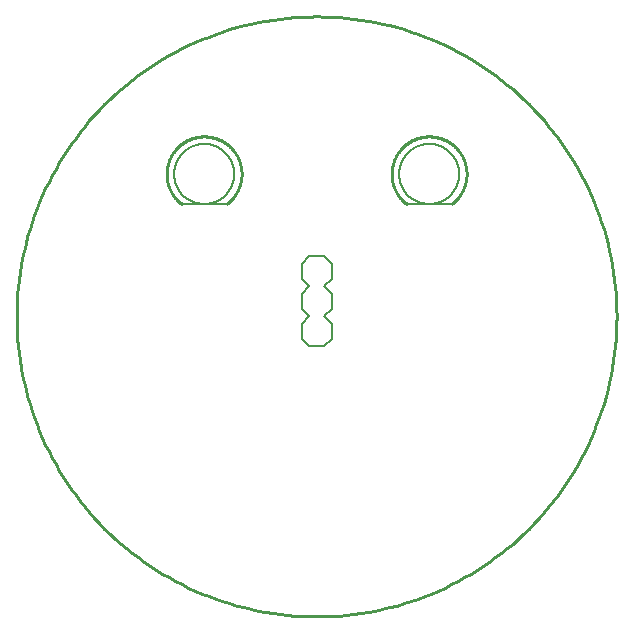
<source format=gto>
G75*
%MOIN*%
%OFA0B0*%
%FSLAX25Y25*%
%IPPOS*%
%LPD*%
%AMOC8*
5,1,8,0,0,1.08239X$1,22.5*
%
%ADD10C,0.01000*%
%ADD11C,0.00800*%
%ADD12C,0.00600*%
D10*
X0001500Y0101500D02*
X0001530Y0103954D01*
X0001620Y0106407D01*
X0001771Y0108856D01*
X0001982Y0111302D01*
X0002252Y0113741D01*
X0002582Y0116173D01*
X0002972Y0118596D01*
X0003421Y0121009D01*
X0003930Y0123410D01*
X0004497Y0125798D01*
X0005122Y0128171D01*
X0005806Y0130528D01*
X0006547Y0132868D01*
X0007346Y0135189D01*
X0008201Y0137490D01*
X0009112Y0139768D01*
X0010079Y0142024D01*
X0011101Y0144256D01*
X0012178Y0146461D01*
X0013308Y0148640D01*
X0014491Y0150790D01*
X0015727Y0152910D01*
X0017015Y0155000D01*
X0018353Y0157057D01*
X0019742Y0159081D01*
X0021179Y0161070D01*
X0022665Y0163023D01*
X0024199Y0164939D01*
X0025779Y0166817D01*
X0027405Y0168656D01*
X0029075Y0170454D01*
X0030789Y0172211D01*
X0032546Y0173925D01*
X0034344Y0175595D01*
X0036183Y0177221D01*
X0038061Y0178801D01*
X0039977Y0180335D01*
X0041930Y0181821D01*
X0043919Y0183258D01*
X0045943Y0184647D01*
X0048000Y0185985D01*
X0050090Y0187273D01*
X0052210Y0188509D01*
X0054360Y0189692D01*
X0056539Y0190822D01*
X0058744Y0191899D01*
X0060976Y0192921D01*
X0063232Y0193888D01*
X0065510Y0194799D01*
X0067811Y0195654D01*
X0070132Y0196453D01*
X0072472Y0197194D01*
X0074829Y0197878D01*
X0077202Y0198503D01*
X0079590Y0199070D01*
X0081991Y0199579D01*
X0084404Y0200028D01*
X0086827Y0200418D01*
X0089259Y0200748D01*
X0091698Y0201018D01*
X0094144Y0201229D01*
X0096593Y0201380D01*
X0099046Y0201470D01*
X0101500Y0201500D01*
X0103954Y0201470D01*
X0106407Y0201380D01*
X0108856Y0201229D01*
X0111302Y0201018D01*
X0113741Y0200748D01*
X0116173Y0200418D01*
X0118596Y0200028D01*
X0121009Y0199579D01*
X0123410Y0199070D01*
X0125798Y0198503D01*
X0128171Y0197878D01*
X0130528Y0197194D01*
X0132868Y0196453D01*
X0135189Y0195654D01*
X0137490Y0194799D01*
X0139768Y0193888D01*
X0142024Y0192921D01*
X0144256Y0191899D01*
X0146461Y0190822D01*
X0148640Y0189692D01*
X0150790Y0188509D01*
X0152910Y0187273D01*
X0155000Y0185985D01*
X0157057Y0184647D01*
X0159081Y0183258D01*
X0161070Y0181821D01*
X0163023Y0180335D01*
X0164939Y0178801D01*
X0166817Y0177221D01*
X0168656Y0175595D01*
X0170454Y0173925D01*
X0172211Y0172211D01*
X0173925Y0170454D01*
X0175595Y0168656D01*
X0177221Y0166817D01*
X0178801Y0164939D01*
X0180335Y0163023D01*
X0181821Y0161070D01*
X0183258Y0159081D01*
X0184647Y0157057D01*
X0185985Y0155000D01*
X0187273Y0152910D01*
X0188509Y0150790D01*
X0189692Y0148640D01*
X0190822Y0146461D01*
X0191899Y0144256D01*
X0192921Y0142024D01*
X0193888Y0139768D01*
X0194799Y0137490D01*
X0195654Y0135189D01*
X0196453Y0132868D01*
X0197194Y0130528D01*
X0197878Y0128171D01*
X0198503Y0125798D01*
X0199070Y0123410D01*
X0199579Y0121009D01*
X0200028Y0118596D01*
X0200418Y0116173D01*
X0200748Y0113741D01*
X0201018Y0111302D01*
X0201229Y0108856D01*
X0201380Y0106407D01*
X0201470Y0103954D01*
X0201500Y0101500D01*
X0201470Y0099046D01*
X0201380Y0096593D01*
X0201229Y0094144D01*
X0201018Y0091698D01*
X0200748Y0089259D01*
X0200418Y0086827D01*
X0200028Y0084404D01*
X0199579Y0081991D01*
X0199070Y0079590D01*
X0198503Y0077202D01*
X0197878Y0074829D01*
X0197194Y0072472D01*
X0196453Y0070132D01*
X0195654Y0067811D01*
X0194799Y0065510D01*
X0193888Y0063232D01*
X0192921Y0060976D01*
X0191899Y0058744D01*
X0190822Y0056539D01*
X0189692Y0054360D01*
X0188509Y0052210D01*
X0187273Y0050090D01*
X0185985Y0048000D01*
X0184647Y0045943D01*
X0183258Y0043919D01*
X0181821Y0041930D01*
X0180335Y0039977D01*
X0178801Y0038061D01*
X0177221Y0036183D01*
X0175595Y0034344D01*
X0173925Y0032546D01*
X0172211Y0030789D01*
X0170454Y0029075D01*
X0168656Y0027405D01*
X0166817Y0025779D01*
X0164939Y0024199D01*
X0163023Y0022665D01*
X0161070Y0021179D01*
X0159081Y0019742D01*
X0157057Y0018353D01*
X0155000Y0017015D01*
X0152910Y0015727D01*
X0150790Y0014491D01*
X0148640Y0013308D01*
X0146461Y0012178D01*
X0144256Y0011101D01*
X0142024Y0010079D01*
X0139768Y0009112D01*
X0137490Y0008201D01*
X0135189Y0007346D01*
X0132868Y0006547D01*
X0130528Y0005806D01*
X0128171Y0005122D01*
X0125798Y0004497D01*
X0123410Y0003930D01*
X0121009Y0003421D01*
X0118596Y0002972D01*
X0116173Y0002582D01*
X0113741Y0002252D01*
X0111302Y0001982D01*
X0108856Y0001771D01*
X0106407Y0001620D01*
X0103954Y0001530D01*
X0101500Y0001500D01*
X0099046Y0001530D01*
X0096593Y0001620D01*
X0094144Y0001771D01*
X0091698Y0001982D01*
X0089259Y0002252D01*
X0086827Y0002582D01*
X0084404Y0002972D01*
X0081991Y0003421D01*
X0079590Y0003930D01*
X0077202Y0004497D01*
X0074829Y0005122D01*
X0072472Y0005806D01*
X0070132Y0006547D01*
X0067811Y0007346D01*
X0065510Y0008201D01*
X0063232Y0009112D01*
X0060976Y0010079D01*
X0058744Y0011101D01*
X0056539Y0012178D01*
X0054360Y0013308D01*
X0052210Y0014491D01*
X0050090Y0015727D01*
X0048000Y0017015D01*
X0045943Y0018353D01*
X0043919Y0019742D01*
X0041930Y0021179D01*
X0039977Y0022665D01*
X0038061Y0024199D01*
X0036183Y0025779D01*
X0034344Y0027405D01*
X0032546Y0029075D01*
X0030789Y0030789D01*
X0029075Y0032546D01*
X0027405Y0034344D01*
X0025779Y0036183D01*
X0024199Y0038061D01*
X0022665Y0039977D01*
X0021179Y0041930D01*
X0019742Y0043919D01*
X0018353Y0045943D01*
X0017015Y0048000D01*
X0015727Y0050090D01*
X0014491Y0052210D01*
X0013308Y0054360D01*
X0012178Y0056539D01*
X0011101Y0058744D01*
X0010079Y0060976D01*
X0009112Y0063232D01*
X0008201Y0065510D01*
X0007346Y0067811D01*
X0006547Y0070132D01*
X0005806Y0072472D01*
X0005122Y0074829D01*
X0004497Y0077202D01*
X0003930Y0079590D01*
X0003421Y0081991D01*
X0002972Y0084404D01*
X0002582Y0086827D01*
X0002252Y0089259D01*
X0001982Y0091698D01*
X0001771Y0094144D01*
X0001620Y0096593D01*
X0001530Y0099046D01*
X0001500Y0101500D01*
X0056500Y0139000D02*
X0056257Y0139187D01*
X0056019Y0139379D01*
X0055786Y0139578D01*
X0055558Y0139782D01*
X0055335Y0139991D01*
X0055117Y0140206D01*
X0054904Y0140426D01*
X0054697Y0140651D01*
X0054495Y0140882D01*
X0054299Y0141117D01*
X0054109Y0141357D01*
X0053925Y0141601D01*
X0053747Y0141850D01*
X0053575Y0142104D01*
X0053409Y0142361D01*
X0053249Y0142622D01*
X0053096Y0142887D01*
X0052950Y0143156D01*
X0052810Y0143429D01*
X0052677Y0143704D01*
X0052551Y0143983D01*
X0052431Y0144265D01*
X0052319Y0144550D01*
X0052214Y0144837D01*
X0052115Y0145127D01*
X0052024Y0145419D01*
X0051940Y0145714D01*
X0051863Y0146010D01*
X0051793Y0146308D01*
X0051731Y0146608D01*
X0051676Y0146909D01*
X0051629Y0147211D01*
X0051589Y0147515D01*
X0051556Y0147819D01*
X0051531Y0148124D01*
X0051513Y0148430D01*
X0051503Y0148736D01*
X0051500Y0149042D01*
X0051505Y0149348D01*
X0051517Y0149654D01*
X0051537Y0149960D01*
X0051564Y0150264D01*
X0051599Y0150569D01*
X0051641Y0150872D01*
X0051690Y0151174D01*
X0051747Y0151475D01*
X0051812Y0151774D01*
X0051883Y0152072D01*
X0051962Y0152367D01*
X0052048Y0152661D01*
X0052141Y0152953D01*
X0052242Y0153242D01*
X0052349Y0153529D01*
X0052464Y0153813D01*
X0052585Y0154094D01*
X0052713Y0154372D01*
X0052848Y0154647D01*
X0052990Y0154918D01*
X0053138Y0155186D01*
X0053293Y0155450D01*
X0053454Y0155710D01*
X0053621Y0155966D01*
X0053795Y0156219D01*
X0053975Y0156466D01*
X0054161Y0156710D01*
X0054352Y0156948D01*
X0054550Y0157182D01*
X0054753Y0157411D01*
X0054962Y0157635D01*
X0055176Y0157854D01*
X0055396Y0158067D01*
X0055620Y0158275D01*
X0055850Y0158478D01*
X0056084Y0158674D01*
X0056324Y0158865D01*
X0056567Y0159050D01*
X0056816Y0159229D01*
X0057068Y0159402D01*
X0057325Y0159569D01*
X0057586Y0159729D01*
X0057851Y0159883D01*
X0058119Y0160030D01*
X0058391Y0160171D01*
X0058666Y0160305D01*
X0058945Y0160432D01*
X0059226Y0160553D01*
X0059511Y0160666D01*
X0059798Y0160772D01*
X0060087Y0160872D01*
X0060379Y0160964D01*
X0060673Y0161049D01*
X0060969Y0161127D01*
X0061267Y0161198D01*
X0061567Y0161261D01*
X0061868Y0161317D01*
X0062170Y0161365D01*
X0062473Y0161406D01*
X0062777Y0161440D01*
X0063082Y0161466D01*
X0063388Y0161485D01*
X0063694Y0161496D01*
X0064000Y0161500D01*
X0064306Y0161496D01*
X0064612Y0161485D01*
X0064918Y0161466D01*
X0065223Y0161440D01*
X0065527Y0161406D01*
X0065830Y0161365D01*
X0066132Y0161317D01*
X0066433Y0161261D01*
X0066733Y0161198D01*
X0067031Y0161127D01*
X0067327Y0161049D01*
X0067621Y0160964D01*
X0067913Y0160872D01*
X0068202Y0160772D01*
X0068489Y0160666D01*
X0068774Y0160553D01*
X0069055Y0160432D01*
X0069334Y0160305D01*
X0069609Y0160171D01*
X0069881Y0160030D01*
X0070149Y0159883D01*
X0070414Y0159729D01*
X0070675Y0159569D01*
X0070932Y0159402D01*
X0071184Y0159229D01*
X0071433Y0159050D01*
X0071676Y0158865D01*
X0071916Y0158674D01*
X0072150Y0158478D01*
X0072380Y0158275D01*
X0072604Y0158067D01*
X0072824Y0157854D01*
X0073038Y0157635D01*
X0073247Y0157411D01*
X0073450Y0157182D01*
X0073648Y0156948D01*
X0073839Y0156710D01*
X0074025Y0156466D01*
X0074205Y0156219D01*
X0074379Y0155966D01*
X0074546Y0155710D01*
X0074707Y0155450D01*
X0074862Y0155186D01*
X0075010Y0154918D01*
X0075152Y0154647D01*
X0075287Y0154372D01*
X0075415Y0154094D01*
X0075536Y0153813D01*
X0075651Y0153529D01*
X0075758Y0153242D01*
X0075859Y0152953D01*
X0075952Y0152661D01*
X0076038Y0152367D01*
X0076117Y0152072D01*
X0076188Y0151774D01*
X0076253Y0151475D01*
X0076310Y0151174D01*
X0076359Y0150872D01*
X0076401Y0150569D01*
X0076436Y0150264D01*
X0076463Y0149960D01*
X0076483Y0149654D01*
X0076495Y0149348D01*
X0076500Y0149042D01*
X0076497Y0148736D01*
X0076487Y0148430D01*
X0076469Y0148124D01*
X0076444Y0147819D01*
X0076411Y0147515D01*
X0076371Y0147211D01*
X0076324Y0146909D01*
X0076269Y0146608D01*
X0076207Y0146308D01*
X0076137Y0146010D01*
X0076060Y0145714D01*
X0075976Y0145419D01*
X0075885Y0145127D01*
X0075786Y0144837D01*
X0075681Y0144550D01*
X0075569Y0144265D01*
X0075449Y0143983D01*
X0075323Y0143704D01*
X0075190Y0143429D01*
X0075050Y0143156D01*
X0074904Y0142887D01*
X0074751Y0142622D01*
X0074591Y0142361D01*
X0074425Y0142104D01*
X0074253Y0141850D01*
X0074075Y0141601D01*
X0073891Y0141357D01*
X0073701Y0141117D01*
X0073505Y0140882D01*
X0073303Y0140651D01*
X0073096Y0140426D01*
X0072883Y0140206D01*
X0072665Y0139991D01*
X0072442Y0139782D01*
X0072214Y0139578D01*
X0071981Y0139379D01*
X0071743Y0139187D01*
X0071500Y0139000D01*
X0131500Y0139000D02*
X0131257Y0139187D01*
X0131019Y0139379D01*
X0130786Y0139578D01*
X0130558Y0139782D01*
X0130335Y0139991D01*
X0130117Y0140206D01*
X0129904Y0140426D01*
X0129697Y0140651D01*
X0129495Y0140882D01*
X0129299Y0141117D01*
X0129109Y0141357D01*
X0128925Y0141601D01*
X0128747Y0141850D01*
X0128575Y0142104D01*
X0128409Y0142361D01*
X0128249Y0142622D01*
X0128096Y0142887D01*
X0127950Y0143156D01*
X0127810Y0143429D01*
X0127677Y0143704D01*
X0127551Y0143983D01*
X0127431Y0144265D01*
X0127319Y0144550D01*
X0127214Y0144837D01*
X0127115Y0145127D01*
X0127024Y0145419D01*
X0126940Y0145714D01*
X0126863Y0146010D01*
X0126793Y0146308D01*
X0126731Y0146608D01*
X0126676Y0146909D01*
X0126629Y0147211D01*
X0126589Y0147515D01*
X0126556Y0147819D01*
X0126531Y0148124D01*
X0126513Y0148430D01*
X0126503Y0148736D01*
X0126500Y0149042D01*
X0126505Y0149348D01*
X0126517Y0149654D01*
X0126537Y0149960D01*
X0126564Y0150264D01*
X0126599Y0150569D01*
X0126641Y0150872D01*
X0126690Y0151174D01*
X0126747Y0151475D01*
X0126812Y0151774D01*
X0126883Y0152072D01*
X0126962Y0152367D01*
X0127048Y0152661D01*
X0127141Y0152953D01*
X0127242Y0153242D01*
X0127349Y0153529D01*
X0127464Y0153813D01*
X0127585Y0154094D01*
X0127713Y0154372D01*
X0127848Y0154647D01*
X0127990Y0154918D01*
X0128138Y0155186D01*
X0128293Y0155450D01*
X0128454Y0155710D01*
X0128621Y0155966D01*
X0128795Y0156219D01*
X0128975Y0156466D01*
X0129161Y0156710D01*
X0129352Y0156948D01*
X0129550Y0157182D01*
X0129753Y0157411D01*
X0129962Y0157635D01*
X0130176Y0157854D01*
X0130396Y0158067D01*
X0130620Y0158275D01*
X0130850Y0158478D01*
X0131084Y0158674D01*
X0131324Y0158865D01*
X0131567Y0159050D01*
X0131816Y0159229D01*
X0132068Y0159402D01*
X0132325Y0159569D01*
X0132586Y0159729D01*
X0132851Y0159883D01*
X0133119Y0160030D01*
X0133391Y0160171D01*
X0133666Y0160305D01*
X0133945Y0160432D01*
X0134226Y0160553D01*
X0134511Y0160666D01*
X0134798Y0160772D01*
X0135087Y0160872D01*
X0135379Y0160964D01*
X0135673Y0161049D01*
X0135969Y0161127D01*
X0136267Y0161198D01*
X0136567Y0161261D01*
X0136868Y0161317D01*
X0137170Y0161365D01*
X0137473Y0161406D01*
X0137777Y0161440D01*
X0138082Y0161466D01*
X0138388Y0161485D01*
X0138694Y0161496D01*
X0139000Y0161500D01*
X0139306Y0161496D01*
X0139612Y0161485D01*
X0139918Y0161466D01*
X0140223Y0161440D01*
X0140527Y0161406D01*
X0140830Y0161365D01*
X0141132Y0161317D01*
X0141433Y0161261D01*
X0141733Y0161198D01*
X0142031Y0161127D01*
X0142327Y0161049D01*
X0142621Y0160964D01*
X0142913Y0160872D01*
X0143202Y0160772D01*
X0143489Y0160666D01*
X0143774Y0160553D01*
X0144055Y0160432D01*
X0144334Y0160305D01*
X0144609Y0160171D01*
X0144881Y0160030D01*
X0145149Y0159883D01*
X0145414Y0159729D01*
X0145675Y0159569D01*
X0145932Y0159402D01*
X0146184Y0159229D01*
X0146433Y0159050D01*
X0146676Y0158865D01*
X0146916Y0158674D01*
X0147150Y0158478D01*
X0147380Y0158275D01*
X0147604Y0158067D01*
X0147824Y0157854D01*
X0148038Y0157635D01*
X0148247Y0157411D01*
X0148450Y0157182D01*
X0148648Y0156948D01*
X0148839Y0156710D01*
X0149025Y0156466D01*
X0149205Y0156219D01*
X0149379Y0155966D01*
X0149546Y0155710D01*
X0149707Y0155450D01*
X0149862Y0155186D01*
X0150010Y0154918D01*
X0150152Y0154647D01*
X0150287Y0154372D01*
X0150415Y0154094D01*
X0150536Y0153813D01*
X0150651Y0153529D01*
X0150758Y0153242D01*
X0150859Y0152953D01*
X0150952Y0152661D01*
X0151038Y0152367D01*
X0151117Y0152072D01*
X0151188Y0151774D01*
X0151253Y0151475D01*
X0151310Y0151174D01*
X0151359Y0150872D01*
X0151401Y0150569D01*
X0151436Y0150264D01*
X0151463Y0149960D01*
X0151483Y0149654D01*
X0151495Y0149348D01*
X0151500Y0149042D01*
X0151497Y0148736D01*
X0151487Y0148430D01*
X0151469Y0148124D01*
X0151444Y0147819D01*
X0151411Y0147515D01*
X0151371Y0147211D01*
X0151324Y0146909D01*
X0151269Y0146608D01*
X0151207Y0146308D01*
X0151137Y0146010D01*
X0151060Y0145714D01*
X0150976Y0145419D01*
X0150885Y0145127D01*
X0150786Y0144837D01*
X0150681Y0144550D01*
X0150569Y0144265D01*
X0150449Y0143983D01*
X0150323Y0143704D01*
X0150190Y0143429D01*
X0150050Y0143156D01*
X0149904Y0142887D01*
X0149751Y0142622D01*
X0149591Y0142361D01*
X0149425Y0142104D01*
X0149253Y0141850D01*
X0149075Y0141601D01*
X0148891Y0141357D01*
X0148701Y0141117D01*
X0148505Y0140882D01*
X0148303Y0140651D01*
X0148096Y0140426D01*
X0147883Y0140206D01*
X0147665Y0139991D01*
X0147442Y0139782D01*
X0147214Y0139578D01*
X0146981Y0139379D01*
X0146743Y0139187D01*
X0146500Y0139000D01*
D11*
X0096500Y0099000D02*
X0096500Y0094000D01*
X0099000Y0091500D01*
X0104000Y0091500D01*
X0106500Y0094000D01*
X0106500Y0099000D01*
X0104000Y0101500D01*
X0106500Y0104000D01*
X0106500Y0109000D01*
X0104000Y0111500D01*
X0106500Y0114000D01*
X0106500Y0119000D01*
X0104000Y0121500D01*
X0099000Y0121500D01*
X0096500Y0119000D01*
X0096500Y0114000D01*
X0099000Y0111500D01*
X0096500Y0109000D01*
X0096500Y0104000D01*
X0099000Y0101500D01*
X0096500Y0099000D01*
X0071500Y0139000D02*
X0056500Y0139000D01*
X0131500Y0139000D02*
X0146500Y0139000D01*
D12*
X0129000Y0149000D02*
X0129003Y0149245D01*
X0129012Y0149491D01*
X0129027Y0149736D01*
X0129048Y0149980D01*
X0129075Y0150224D01*
X0129108Y0150467D01*
X0129147Y0150710D01*
X0129192Y0150951D01*
X0129243Y0151191D01*
X0129300Y0151430D01*
X0129362Y0151667D01*
X0129431Y0151903D01*
X0129505Y0152137D01*
X0129585Y0152369D01*
X0129670Y0152599D01*
X0129761Y0152827D01*
X0129858Y0153052D01*
X0129960Y0153276D01*
X0130068Y0153496D01*
X0130181Y0153714D01*
X0130299Y0153929D01*
X0130423Y0154141D01*
X0130551Y0154350D01*
X0130685Y0154556D01*
X0130824Y0154758D01*
X0130968Y0154957D01*
X0131117Y0155152D01*
X0131270Y0155344D01*
X0131428Y0155532D01*
X0131590Y0155716D01*
X0131758Y0155895D01*
X0131929Y0156071D01*
X0132105Y0156242D01*
X0132284Y0156410D01*
X0132468Y0156572D01*
X0132656Y0156730D01*
X0132848Y0156883D01*
X0133043Y0157032D01*
X0133242Y0157176D01*
X0133444Y0157315D01*
X0133650Y0157449D01*
X0133859Y0157577D01*
X0134071Y0157701D01*
X0134286Y0157819D01*
X0134504Y0157932D01*
X0134724Y0158040D01*
X0134948Y0158142D01*
X0135173Y0158239D01*
X0135401Y0158330D01*
X0135631Y0158415D01*
X0135863Y0158495D01*
X0136097Y0158569D01*
X0136333Y0158638D01*
X0136570Y0158700D01*
X0136809Y0158757D01*
X0137049Y0158808D01*
X0137290Y0158853D01*
X0137533Y0158892D01*
X0137776Y0158925D01*
X0138020Y0158952D01*
X0138264Y0158973D01*
X0138509Y0158988D01*
X0138755Y0158997D01*
X0139000Y0159000D01*
X0139245Y0158997D01*
X0139491Y0158988D01*
X0139736Y0158973D01*
X0139980Y0158952D01*
X0140224Y0158925D01*
X0140467Y0158892D01*
X0140710Y0158853D01*
X0140951Y0158808D01*
X0141191Y0158757D01*
X0141430Y0158700D01*
X0141667Y0158638D01*
X0141903Y0158569D01*
X0142137Y0158495D01*
X0142369Y0158415D01*
X0142599Y0158330D01*
X0142827Y0158239D01*
X0143052Y0158142D01*
X0143276Y0158040D01*
X0143496Y0157932D01*
X0143714Y0157819D01*
X0143929Y0157701D01*
X0144141Y0157577D01*
X0144350Y0157449D01*
X0144556Y0157315D01*
X0144758Y0157176D01*
X0144957Y0157032D01*
X0145152Y0156883D01*
X0145344Y0156730D01*
X0145532Y0156572D01*
X0145716Y0156410D01*
X0145895Y0156242D01*
X0146071Y0156071D01*
X0146242Y0155895D01*
X0146410Y0155716D01*
X0146572Y0155532D01*
X0146730Y0155344D01*
X0146883Y0155152D01*
X0147032Y0154957D01*
X0147176Y0154758D01*
X0147315Y0154556D01*
X0147449Y0154350D01*
X0147577Y0154141D01*
X0147701Y0153929D01*
X0147819Y0153714D01*
X0147932Y0153496D01*
X0148040Y0153276D01*
X0148142Y0153052D01*
X0148239Y0152827D01*
X0148330Y0152599D01*
X0148415Y0152369D01*
X0148495Y0152137D01*
X0148569Y0151903D01*
X0148638Y0151667D01*
X0148700Y0151430D01*
X0148757Y0151191D01*
X0148808Y0150951D01*
X0148853Y0150710D01*
X0148892Y0150467D01*
X0148925Y0150224D01*
X0148952Y0149980D01*
X0148973Y0149736D01*
X0148988Y0149491D01*
X0148997Y0149245D01*
X0149000Y0149000D01*
X0148997Y0148755D01*
X0148988Y0148509D01*
X0148973Y0148264D01*
X0148952Y0148020D01*
X0148925Y0147776D01*
X0148892Y0147533D01*
X0148853Y0147290D01*
X0148808Y0147049D01*
X0148757Y0146809D01*
X0148700Y0146570D01*
X0148638Y0146333D01*
X0148569Y0146097D01*
X0148495Y0145863D01*
X0148415Y0145631D01*
X0148330Y0145401D01*
X0148239Y0145173D01*
X0148142Y0144948D01*
X0148040Y0144724D01*
X0147932Y0144504D01*
X0147819Y0144286D01*
X0147701Y0144071D01*
X0147577Y0143859D01*
X0147449Y0143650D01*
X0147315Y0143444D01*
X0147176Y0143242D01*
X0147032Y0143043D01*
X0146883Y0142848D01*
X0146730Y0142656D01*
X0146572Y0142468D01*
X0146410Y0142284D01*
X0146242Y0142105D01*
X0146071Y0141929D01*
X0145895Y0141758D01*
X0145716Y0141590D01*
X0145532Y0141428D01*
X0145344Y0141270D01*
X0145152Y0141117D01*
X0144957Y0140968D01*
X0144758Y0140824D01*
X0144556Y0140685D01*
X0144350Y0140551D01*
X0144141Y0140423D01*
X0143929Y0140299D01*
X0143714Y0140181D01*
X0143496Y0140068D01*
X0143276Y0139960D01*
X0143052Y0139858D01*
X0142827Y0139761D01*
X0142599Y0139670D01*
X0142369Y0139585D01*
X0142137Y0139505D01*
X0141903Y0139431D01*
X0141667Y0139362D01*
X0141430Y0139300D01*
X0141191Y0139243D01*
X0140951Y0139192D01*
X0140710Y0139147D01*
X0140467Y0139108D01*
X0140224Y0139075D01*
X0139980Y0139048D01*
X0139736Y0139027D01*
X0139491Y0139012D01*
X0139245Y0139003D01*
X0139000Y0139000D01*
X0138755Y0139003D01*
X0138509Y0139012D01*
X0138264Y0139027D01*
X0138020Y0139048D01*
X0137776Y0139075D01*
X0137533Y0139108D01*
X0137290Y0139147D01*
X0137049Y0139192D01*
X0136809Y0139243D01*
X0136570Y0139300D01*
X0136333Y0139362D01*
X0136097Y0139431D01*
X0135863Y0139505D01*
X0135631Y0139585D01*
X0135401Y0139670D01*
X0135173Y0139761D01*
X0134948Y0139858D01*
X0134724Y0139960D01*
X0134504Y0140068D01*
X0134286Y0140181D01*
X0134071Y0140299D01*
X0133859Y0140423D01*
X0133650Y0140551D01*
X0133444Y0140685D01*
X0133242Y0140824D01*
X0133043Y0140968D01*
X0132848Y0141117D01*
X0132656Y0141270D01*
X0132468Y0141428D01*
X0132284Y0141590D01*
X0132105Y0141758D01*
X0131929Y0141929D01*
X0131758Y0142105D01*
X0131590Y0142284D01*
X0131428Y0142468D01*
X0131270Y0142656D01*
X0131117Y0142848D01*
X0130968Y0143043D01*
X0130824Y0143242D01*
X0130685Y0143444D01*
X0130551Y0143650D01*
X0130423Y0143859D01*
X0130299Y0144071D01*
X0130181Y0144286D01*
X0130068Y0144504D01*
X0129960Y0144724D01*
X0129858Y0144948D01*
X0129761Y0145173D01*
X0129670Y0145401D01*
X0129585Y0145631D01*
X0129505Y0145863D01*
X0129431Y0146097D01*
X0129362Y0146333D01*
X0129300Y0146570D01*
X0129243Y0146809D01*
X0129192Y0147049D01*
X0129147Y0147290D01*
X0129108Y0147533D01*
X0129075Y0147776D01*
X0129048Y0148020D01*
X0129027Y0148264D01*
X0129012Y0148509D01*
X0129003Y0148755D01*
X0129000Y0149000D01*
X0054000Y0149000D02*
X0054003Y0149245D01*
X0054012Y0149491D01*
X0054027Y0149736D01*
X0054048Y0149980D01*
X0054075Y0150224D01*
X0054108Y0150467D01*
X0054147Y0150710D01*
X0054192Y0150951D01*
X0054243Y0151191D01*
X0054300Y0151430D01*
X0054362Y0151667D01*
X0054431Y0151903D01*
X0054505Y0152137D01*
X0054585Y0152369D01*
X0054670Y0152599D01*
X0054761Y0152827D01*
X0054858Y0153052D01*
X0054960Y0153276D01*
X0055068Y0153496D01*
X0055181Y0153714D01*
X0055299Y0153929D01*
X0055423Y0154141D01*
X0055551Y0154350D01*
X0055685Y0154556D01*
X0055824Y0154758D01*
X0055968Y0154957D01*
X0056117Y0155152D01*
X0056270Y0155344D01*
X0056428Y0155532D01*
X0056590Y0155716D01*
X0056758Y0155895D01*
X0056929Y0156071D01*
X0057105Y0156242D01*
X0057284Y0156410D01*
X0057468Y0156572D01*
X0057656Y0156730D01*
X0057848Y0156883D01*
X0058043Y0157032D01*
X0058242Y0157176D01*
X0058444Y0157315D01*
X0058650Y0157449D01*
X0058859Y0157577D01*
X0059071Y0157701D01*
X0059286Y0157819D01*
X0059504Y0157932D01*
X0059724Y0158040D01*
X0059948Y0158142D01*
X0060173Y0158239D01*
X0060401Y0158330D01*
X0060631Y0158415D01*
X0060863Y0158495D01*
X0061097Y0158569D01*
X0061333Y0158638D01*
X0061570Y0158700D01*
X0061809Y0158757D01*
X0062049Y0158808D01*
X0062290Y0158853D01*
X0062533Y0158892D01*
X0062776Y0158925D01*
X0063020Y0158952D01*
X0063264Y0158973D01*
X0063509Y0158988D01*
X0063755Y0158997D01*
X0064000Y0159000D01*
X0064245Y0158997D01*
X0064491Y0158988D01*
X0064736Y0158973D01*
X0064980Y0158952D01*
X0065224Y0158925D01*
X0065467Y0158892D01*
X0065710Y0158853D01*
X0065951Y0158808D01*
X0066191Y0158757D01*
X0066430Y0158700D01*
X0066667Y0158638D01*
X0066903Y0158569D01*
X0067137Y0158495D01*
X0067369Y0158415D01*
X0067599Y0158330D01*
X0067827Y0158239D01*
X0068052Y0158142D01*
X0068276Y0158040D01*
X0068496Y0157932D01*
X0068714Y0157819D01*
X0068929Y0157701D01*
X0069141Y0157577D01*
X0069350Y0157449D01*
X0069556Y0157315D01*
X0069758Y0157176D01*
X0069957Y0157032D01*
X0070152Y0156883D01*
X0070344Y0156730D01*
X0070532Y0156572D01*
X0070716Y0156410D01*
X0070895Y0156242D01*
X0071071Y0156071D01*
X0071242Y0155895D01*
X0071410Y0155716D01*
X0071572Y0155532D01*
X0071730Y0155344D01*
X0071883Y0155152D01*
X0072032Y0154957D01*
X0072176Y0154758D01*
X0072315Y0154556D01*
X0072449Y0154350D01*
X0072577Y0154141D01*
X0072701Y0153929D01*
X0072819Y0153714D01*
X0072932Y0153496D01*
X0073040Y0153276D01*
X0073142Y0153052D01*
X0073239Y0152827D01*
X0073330Y0152599D01*
X0073415Y0152369D01*
X0073495Y0152137D01*
X0073569Y0151903D01*
X0073638Y0151667D01*
X0073700Y0151430D01*
X0073757Y0151191D01*
X0073808Y0150951D01*
X0073853Y0150710D01*
X0073892Y0150467D01*
X0073925Y0150224D01*
X0073952Y0149980D01*
X0073973Y0149736D01*
X0073988Y0149491D01*
X0073997Y0149245D01*
X0074000Y0149000D01*
X0073997Y0148755D01*
X0073988Y0148509D01*
X0073973Y0148264D01*
X0073952Y0148020D01*
X0073925Y0147776D01*
X0073892Y0147533D01*
X0073853Y0147290D01*
X0073808Y0147049D01*
X0073757Y0146809D01*
X0073700Y0146570D01*
X0073638Y0146333D01*
X0073569Y0146097D01*
X0073495Y0145863D01*
X0073415Y0145631D01*
X0073330Y0145401D01*
X0073239Y0145173D01*
X0073142Y0144948D01*
X0073040Y0144724D01*
X0072932Y0144504D01*
X0072819Y0144286D01*
X0072701Y0144071D01*
X0072577Y0143859D01*
X0072449Y0143650D01*
X0072315Y0143444D01*
X0072176Y0143242D01*
X0072032Y0143043D01*
X0071883Y0142848D01*
X0071730Y0142656D01*
X0071572Y0142468D01*
X0071410Y0142284D01*
X0071242Y0142105D01*
X0071071Y0141929D01*
X0070895Y0141758D01*
X0070716Y0141590D01*
X0070532Y0141428D01*
X0070344Y0141270D01*
X0070152Y0141117D01*
X0069957Y0140968D01*
X0069758Y0140824D01*
X0069556Y0140685D01*
X0069350Y0140551D01*
X0069141Y0140423D01*
X0068929Y0140299D01*
X0068714Y0140181D01*
X0068496Y0140068D01*
X0068276Y0139960D01*
X0068052Y0139858D01*
X0067827Y0139761D01*
X0067599Y0139670D01*
X0067369Y0139585D01*
X0067137Y0139505D01*
X0066903Y0139431D01*
X0066667Y0139362D01*
X0066430Y0139300D01*
X0066191Y0139243D01*
X0065951Y0139192D01*
X0065710Y0139147D01*
X0065467Y0139108D01*
X0065224Y0139075D01*
X0064980Y0139048D01*
X0064736Y0139027D01*
X0064491Y0139012D01*
X0064245Y0139003D01*
X0064000Y0139000D01*
X0063755Y0139003D01*
X0063509Y0139012D01*
X0063264Y0139027D01*
X0063020Y0139048D01*
X0062776Y0139075D01*
X0062533Y0139108D01*
X0062290Y0139147D01*
X0062049Y0139192D01*
X0061809Y0139243D01*
X0061570Y0139300D01*
X0061333Y0139362D01*
X0061097Y0139431D01*
X0060863Y0139505D01*
X0060631Y0139585D01*
X0060401Y0139670D01*
X0060173Y0139761D01*
X0059948Y0139858D01*
X0059724Y0139960D01*
X0059504Y0140068D01*
X0059286Y0140181D01*
X0059071Y0140299D01*
X0058859Y0140423D01*
X0058650Y0140551D01*
X0058444Y0140685D01*
X0058242Y0140824D01*
X0058043Y0140968D01*
X0057848Y0141117D01*
X0057656Y0141270D01*
X0057468Y0141428D01*
X0057284Y0141590D01*
X0057105Y0141758D01*
X0056929Y0141929D01*
X0056758Y0142105D01*
X0056590Y0142284D01*
X0056428Y0142468D01*
X0056270Y0142656D01*
X0056117Y0142848D01*
X0055968Y0143043D01*
X0055824Y0143242D01*
X0055685Y0143444D01*
X0055551Y0143650D01*
X0055423Y0143859D01*
X0055299Y0144071D01*
X0055181Y0144286D01*
X0055068Y0144504D01*
X0054960Y0144724D01*
X0054858Y0144948D01*
X0054761Y0145173D01*
X0054670Y0145401D01*
X0054585Y0145631D01*
X0054505Y0145863D01*
X0054431Y0146097D01*
X0054362Y0146333D01*
X0054300Y0146570D01*
X0054243Y0146809D01*
X0054192Y0147049D01*
X0054147Y0147290D01*
X0054108Y0147533D01*
X0054075Y0147776D01*
X0054048Y0148020D01*
X0054027Y0148264D01*
X0054012Y0148509D01*
X0054003Y0148755D01*
X0054000Y0149000D01*
M02*

</source>
